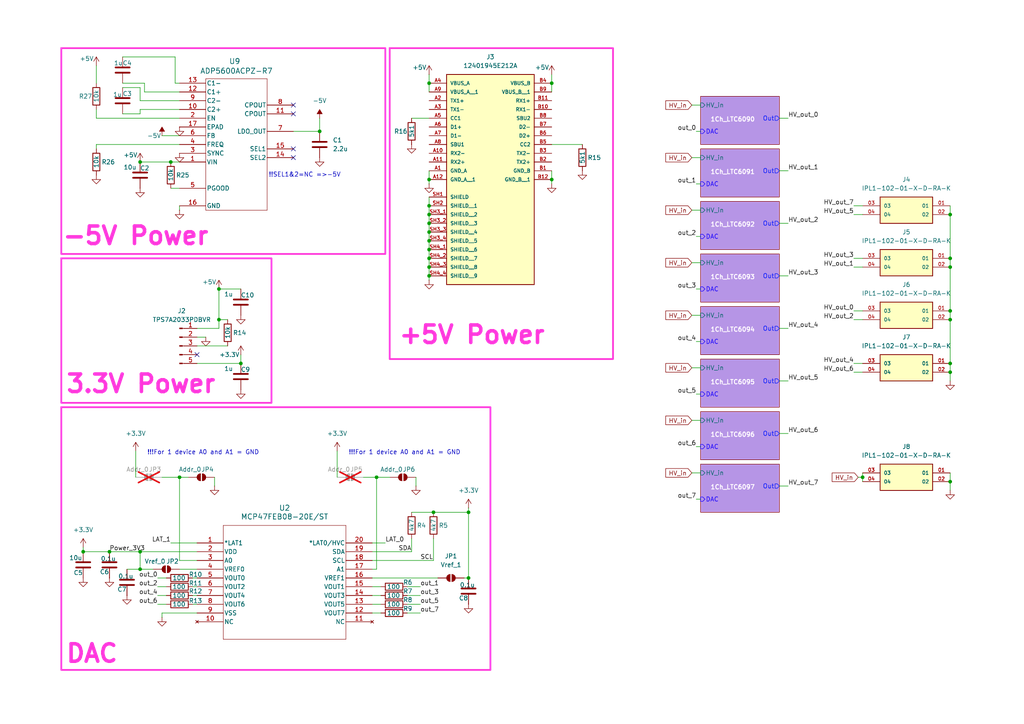
<source format=kicad_sch>
(kicad_sch (version 20250114) (generator "eeschema") (generator_version "9.0")
  (paper "A4")
  (title_block (title "HV Balance Prototype") (date "2025-11-21") (rev "0"))
  (lib_symbols
    (symbol "0_lib:12401945E212A" (pin_names (offset 1.016))
      (property "Reference" "J" (at -12.7 16.002 0))
      (property "Value" "12401945E212A" (at -12.7 -48.26 0))
      (symbol "12401945E212A_0_0"
        (rectangle (start -12.7 -45.72) (end 12.7 15.24) (stroke (width 0.254)) (fill (type background)))
        (pin power_in line (at -17.78 12.7 0) (length 5.08) (name "VBUS_A") (number "A4"))
        (pin power_in line (at -17.78 10.16 0) (length 5.08) (name "VBUS_A__1") (number "A9"))
        (pin bidirectional line (at -17.78 7.62 0) (length 5.08) (name "TX1+") (number "A2"))
        (pin bidirectional line (at -17.78 5.08 0) (length 5.08) (name "TX1-") (number "A3"))
        (pin bidirectional line (at -17.78 2.54 0) (length 5.08) (name "CC1") (number "A5"))
        (pin bidirectional line (at -17.78 0 0) (length 5.08) (name "D1+") (number "A6"))
        (pin bidirectional line (at -17.78 -2.54 0) (length 5.08) (name "D1-") (number "A7"))
        (pin bidirectional line (at -17.78 -5.08 0) (length 5.08) (name "SBU1") (number "A8"))
        (pin bidirectional line (at -17.78 -7.62 0) (length 5.08) (name "RX2-") (number "A10"))
        (pin bidirectional line (at -17.78 -10.16 0) (length 5.08) (name "RX2+") (number "A11"))
        (pin power_in line (at -17.78 -12.7 0) (length 5.08) (name "GND_A") (number "A1"))
        (pin power_in line (at -17.78 -15.24 0) (length 5.08) (name "GND_A__1") (number "A12"))
        (pin passive line (at -17.78 -20.32 0) (length 5.08) (name "SHIELD") (number "SH1"))
        (pin passive line (at -17.78 -22.86 0) (length 5.08) (name "SHIELD__1") (number "SH2"))
        (pin passive line (at -17.78 -25.4 0) (length 5.08) (name "SHIELD__2") (number "SH3_1"))
        (pin passive line (at -17.78 -27.94 0) (length 5.08) (name "SHIELD__3") (number "SH3_2"))
        (pin passive line (at -17.78 -30.48 0) (length 5.08) (name "SHIELD__4") (number "SH3_3"))
        (pin passive line (at -17.78 -33.02 0) (length 5.08) (name "SHIELD__5") (number "SH3_4"))
        (pin passive line (at -17.78 -35.56 0) (length 5.08) (name "SHIELD__6") (number "SH4_1"))
        (pin passive line (at -17.78 -38.1 0) (length 5.08) (name "SHIELD__7") (number "SH4_2"))
        (pin passive line (at -17.78 -40.64 0) (length 5.08) (name "SHIELD__8") (number "SH4_3"))
        (pin passive line (at -17.78 -43.18 0) (length 5.08) (name "SHIELD__9") (number "SH4_4"))
        (pin power_in line (at 17.78 12.7 180) (length 5.08) (name "VBUS_B") (number "B4"))
        (pin power_in line (at 17.78 10.16 180) (length 5.08) (name "VBUS_B__1") (number "B9"))
        (pin bidirectional line (at 17.78 7.62 180) (length 5.08) (name "RX1+") (number "B11"))
        (pin bidirectional line (at 17.78 5.08 180) (length 5.08) (name "RX1-") (number "B10"))
        (pin bidirectional line (at 17.78 2.54 180) (length 5.08) (name "SBU2") (number "B8"))
        (pin bidirectional line (at 17.78 0 180) (length 5.08) (name "D2-") (number "B7"))
        (pin bidirectional line (at 17.78 -2.54 180) (length 5.08) (name "D2+") (number "B6"))
        (pin bidirectional line (at 17.78 -5.08 180) (length 5.08) (name "CC2") (number "B5"))
        (pin bidirectional line (at 17.78 -7.62 180) (length 5.08) (name "TX2-") (number "B3"))
        (pin bidirectional line (at 17.78 -10.16 180) (length 5.08) (name "TX2+") (number "B2"))
        (pin power_in line (at 17.78 -12.7 180) (length 5.08) (name "GND_B") (number "B1"))
        (pin power_in line (at 17.78 -15.24 180) (length 5.08) (name "GND_B__1") (number "B12"))
      )
    )
    (symbol "0_lib:ADP5600ACPZ-R7" (pin_names (offset 0.254))
      (property "Reference" "U9" (at 25.4 12.7 0))
      (property "Value" "ADP5600ACPZ-R7" (at 25.4 10.16 0))
      (symbol "ADP5600ACPZ-R7_0_1"
        (polyline (pts (xy 7.62 1.27) (xy 7.62 -36.83)) (stroke (width 0.127)))
        (polyline (pts (xy 7.62 -36.83) (xy 25.4 -36.83)) (stroke (width 0.127)))
        (polyline (pts (xy 25.4 1.27) (xy 7.62 1.27)) (stroke (width 0.127)))
        (polyline (pts (xy 25.4 -36.83) (xy 25.4 1.27)) (stroke (width 0.127)))
        (pin unspecified line (at 0 0 0) (length 7.62) (name "C1-") (number "13"))
        (pin unspecified line (at 0 -2.54 0) (length 7.62) (name "C1+") (number "12"))
        (pin unspecified line (at 0 -5.08 0) (length 7.62) (name "C2-") (number "9"))
        (pin unspecified line (at 0 -7.62 0) (length 7.62) (name "C2+") (number "10"))
        (pin unspecified line (at 0 -10.16 0) (length 7.62) (name "EN") (number "2"))
        (pin unspecified line (at 0 -12.7 0) (length 7.62) (name "EPAD") (number "17"))
        (pin unspecified line (at 0 -15.24 0) (length 7.62) (name "FB") (number "6"))
        (pin unspecified line (at 0 -17.78 0) (length 7.62) (name "FREQ") (number "4"))
        (pin unspecified line (at 0 -20.32 0) (length 7.62) (name "SYNC") (number "3"))
        (pin unspecified line (at 0 -22.86 0) (length 7.62) (name "VIN") (number "1"))
        (pin unspecified line (at 0 -30.48 0) (length 7.62) (name "PGOOD") (number "5"))
        (pin unspecified line (at 0 -35.56 0) (length 7.62) (name "GND") (number "16"))
        (pin unspecified line (at 33.02 -6.35 180) (length 7.62) (name "CPOUT") (number "8"))
        (pin unspecified line (at 33.02 -8.89 180) (length 7.62) (name "CPOUT") (number "11"))
        (pin unspecified line (at 33.02 -13.97 180) (length 7.62) (name "LDO_OUT") (number "7"))
        (pin unspecified line (at 33.02 -19.05 180) (length 7.62) (name "SEL1") (number "15"))
        (pin unspecified line (at 33.02 -21.59 180) (length 7.62) (name "SEL2") (number "14"))
      )
    )
    (symbol "0_lib:IPL1-102-01-X-D-RA-K" (pin_names (offset 1.016))
      (property "Reference" "J" (at -7.62 5.588 0))
      (property "Value" "IPL1-102-01-X-D-RA-K" (at -7.62 -5.08 0))
      (symbol "IPL1-102-01-X-D-RA-K_0_0"
        (rectangle (start -7.62 -2.54) (end 7.62 5.08) (stroke (width 0.254)) (fill (type background)))
        (pin passive line (at -12.7 2.54 0) (length 5.08) (name "01") (number "01"))
        (pin passive line (at -12.7 0 0) (length 5.08) (name "02") (number "02"))
        (pin passive line (at 12.7 2.54 180) (length 5.08) (name "03") (number "03"))
        (pin passive line (at 12.7 0 180) (length 5.08) (name "04") (number "04"))
      )
    )
    (symbol "0_lib:MCP47FVB28-20E_ST" (pin_names (offset 0.254))
      (property "Reference" "U" (at 25.4 10.16 0))
      (property "Value" "MCP47FVB28-20E/ST" (at 25.4 7.62 0))
      (symbol "MCP47FVB28-20E_ST_0_1"
        (polyline (pts (xy 7.62 5.08) (xy 7.62 -27.94)) (stroke (width 0.127)))
        (polyline (pts (xy 7.62 -27.94) (xy 43.18 -27.94)) (stroke (width 0.127)))
        (polyline (pts (xy 43.18 5.08) (xy 7.62 5.08)) (stroke (width 0.127)))
        (polyline (pts (xy 43.18 -27.94) (xy 43.18 5.08)) (stroke (width 0.127)))
        (pin input line (at 0 0 0) (length 7.62) (name "*LAT1") (number "1"))
        (pin power_in line (at 0 -2.54 0) (length 7.62) (name "VDD") (number "2"))
        (pin input line (at 0 -5.08 0) (length 7.62) (name "A0") (number "3"))
        (pin unspecified line (at 0 -7.62 0) (length 7.62) (name "VREF0") (number "4"))
        (pin unspecified line (at 0 -10.16 0) (length 7.62) (name "VOUT0") (number "5"))
        (pin unspecified line (at 0 -12.7 0) (length 7.62) (name "VOUT2") (number "6"))
        (pin unspecified line (at 0 -15.24 0) (length 7.62) (name "VOUT4") (number "7"))
        (pin unspecified line (at 0 -17.78 0) (length 7.62) (name "VOUT6") (number "8"))
        (pin power_out line (at 0 -20.32 0) (length 7.62) (name "VSS") (number "9"))
        (pin no_connect line (at 0 -22.86 0) (length 7.62) (name "NC") (number "10"))
        (pin input line (at 50.8 0 180) (length 7.62) (name "*LAT0/HVC") (number "20"))
        (pin input line (at 50.8 -2.54 180) (length 7.62) (name "SDA") (number "19"))
        (pin input line (at 50.8 -5.08 180) (length 7.62) (name "SCL") (number "18"))
        (pin input line (at 50.8 -7.62 180) (length 7.62) (name "A1") (number "17"))
        (pin unspecified line (at 50.8 -10.16 180) (length 7.62) (name "VREF1") (number "16"))
        (pin unspecified line (at 50.8 -12.7 180) (length 7.62) (name "VOUT1") (number "15"))
        (pin unspecified line (at 50.8 -15.24 180) (length 7.62) (name "VOUT3") (number "14"))
        (pin unspecified line (at 50.8 -17.78 180) (length 7.62) (name "VOUT5") (number "13"))
        (pin unspecified line (at 50.8 -20.32 180) (length 7.62) (name "VOUT7") (number "12"))
        (pin no_connect line (at 50.8 -22.86 180) (length 7.62) (name "NC") (number "11"))
      )
    )
    (symbol "Connector:Conn_01x05_Pin" (pin_names (offset 1.016) (hide yes))
      (property "Reference" "J" (at 0 7.62 0))
      (property "Value" "Conn_01x05_Pin" (at 0 -7.62 0))
      (symbol "Conn_01x05_Pin_1_1"
        (rectangle (start 0.8636 5.207) (end 0 4.953) (stroke (width 0.1524)) (fill (type outline)))
        (rectangle (start 0.8636 2.667) (end 0 2.413) (stroke (width 0.1524)) (fill (type outline)))
        (rectangle (start 0.8636 0.127) (end 0 -0.127) (stroke (width 0.1524)) (fill (type outline)))
        (rectangle (start 0.8636 -2.413) (end 0 -2.667) (stroke (width 0.1524)) (fill (type outline)))
        (rectangle (start 0.8636 -4.953) (end 0 -5.207) (stroke (width 0.1524)) (fill (type outline)))
        (polyline (pts (xy 1.27 5.08) (xy 0.8636 5.08)) (stroke (width 0.1524)))
        (polyline (pts (xy 1.27 2.54) (xy 0.8636 2.54)) (stroke (width 0.1524)))
        (polyline (pts (xy 1.27 0) (xy 0.8636 0)) (stroke (width 0.1524)))
        (polyline (pts (xy 1.27 -2.54) (xy 0.8636 -2.54)) (stroke (width 0.1524)))
        (polyline (pts (xy 1.27 -5.08) (xy 0.8636 -5.08)) (stroke (width 0.1524)))
        (pin passive line (at 5.08 5.08 180) (length 3.81) (name "Pin_1") (number "1"))
        (pin passive line (at 5.08 2.54 180) (length 3.81) (name "Pin_2") (number "2"))
        (pin passive line (at 5.08 0 180) (length 3.81) (name "Pin_3") (number "3"))
        (pin passive line (at 5.08 -2.54 180) (length 3.81) (name "Pin_4") (number "4"))
        (pin passive line (at 5.08 -5.08 180) (length 3.81) (name "Pin_5") (number "5"))
      )
    )
    (symbol "Device:C" (pin_numbers (hide yes)) (pin_names (offset 0.254))
      (property "Reference" "C" (at 0.635 2.54 0))
      (property "Value" "C" (at 0.635 -2.54 0))
      (symbol "C_0_1"
        (polyline (pts (xy -2.032 0.762) (xy 2.032 0.762)) (stroke (width 0.508)))
        (polyline (pts (xy -2.032 -0.762) (xy 2.032 -0.762)) (stroke (width 0.508)))
      )
      (symbol "C_1_1"
        (pin passive line (at 0 3.81 270) (length 2.794) (name "~") (number "1"))
        (pin passive line (at 0 -3.81 90) (length 2.794) (name "~") (number "2"))
      )
    )
    (symbol "Device:R" (pin_numbers (hide yes)) (pin_names (offset 0))
      (property "Reference" "R" (at 2.032 0 90))
      (property "Value" "R" (at 0 0 90))
      (symbol "R_0_1"
        (rectangle (start -1.016 -2.54) (end 1.016 2.54) (stroke (width 0.254)))
      )
      (symbol "R_1_1"
        (pin passive line (at 0 3.81 270) (length 1.27) (name "~") (number "1"))
        (pin passive line (at 0 -3.81 90) (length 1.27) (name "~") (number "2"))
      )
    )
    (symbol "Jumper:SolderJumper_2_Open" (pin_numbers (hide yes)) (pin_names (offset 0) (hide yes)) (in_bom no)
      (property "Reference" "JP" (at 0 2.032 0))
      (property "Value" "SolderJumper_2_Open" (at 0 -2.54 0))
      (symbol "SolderJumper_2_Open_0_1"
        (polyline (pts (xy -0.254 1.016) (xy -0.254 -1.016)))
        (arc (start -0.254 -1.016) (mid -1.2656 0) (end -0.254 1.016))
        (arc (start -0.254 -1.016) (mid -1.2656 0) (end -0.254 1.016) (fill (type outline)))
        (arc (start 0.254 1.016) (mid 1.2656 0) (end 0.254 -1.016))
        (arc (start 0.254 1.016) (mid 1.2656 0) (end 0.254 -1.016) (fill (type outline)))
        (polyline (pts (xy 0.254 1.016) (xy 0.254 -1.016)))
      )
      (symbol "SolderJumper_2_Open_1_1"
        (pin passive line (at -3.81 0 0) (length 2.54) (name "A") (number "1"))
        (pin passive line (at 3.81 0 180) (length 2.54) (name "B") (number "2"))
      )
    )
    (symbol "power:+3.3V" (power) (pin_numbers (hide yes)) (pin_names (offset 0) (hide yes))
      (property "Value" "+3.3V" (at 0 3.556 0))
      (symbol "+3.3V_0_1"
        (polyline (pts (xy -0.762 1.27) (xy 0 2.54)))
        (polyline (pts (xy 0 2.54) (xy 0.762 1.27)))
        (polyline (pts (xy 0 0) (xy 0 2.54)))
      )
      (symbol "+3.3V_1_1"
        (pin power_in line (at 0 0 90) (length 0) (name "~") (number "1"))
      )
    )
    (symbol "power:+5V" (power) (pin_numbers (hide yes)) (pin_names (offset 0) (hide yes))
      (property "Value" "+5V" (at 0 3.556 0))
      (symbol "+5V_0_1"
        (polyline (pts (xy -0.762 1.27) (xy 0 2.54)))
        (polyline (pts (xy 0 2.54) (xy 0.762 1.27)))
        (polyline (pts (xy 0 0) (xy 0 2.54)))
      )
      (symbol "+5V_1_1"
        (pin power_in line (at 0 0 90) (length 0) (name "~") (number "1"))
      )
    )
    (symbol "power:-5V" (power) (pin_numbers (hide yes)) (pin_names (offset 0) (hide yes))
      (property "Value" "-5V" (at 0 3.556 0))
      (symbol "-5V_0_0"
        (pin power_in line (at 0 0 90) (length 0) (name "~") (number "1"))
      )
      (symbol "-5V_0_1"
        (polyline (pts (xy 0 0) (xy 0 1.27) (xy 0.762 1.27) (xy 0 2.54) (xy -0.762 1.27) (xy 0 1.27)) (fill (type outline)))
      )
    )
    (symbol "power:GND" (power) (pin_numbers (hide yes)) (pin_names (offset 0) (hide yes))
      (property "Value" "GND" (at 0 -3.81 0))
      (symbol "GND_0_1"
        (polyline (pts (xy 0 0) (xy 0 -1.27) (xy 1.27 -1.27) (xy 0 -2.54) (xy -1.27 -1.27) (xy 0 -1.27)))
      )
      (symbol "GND_1_1"
        (pin power_in line (at 0 0 270) (length 0) (name "~") (number "1"))
      )
    )
  )
  (rectangle (start 17.78 118.11) (end 142.24 194.31) (stroke (width 0.508) (color 255 54 218 1)))
  (rectangle (start 17.78 13.97) (end 111.76 73.66) (stroke (width 0.508) (color 255 54 218 1)))
  (rectangle (start 113.03 13.97) (end 177.8 104.14) (stroke (width 0.508) (color 255 54 218 1)))
  (rectangle (start 17.78 74.93) (end 78.74 116.84) (stroke (width 0.508) (color 255 54 218 1)))
  (text "!!!For 1 device A0 and A1 = GND" (at 58.928 131.318 0) (effects (font (size 1.27 1.27))))
  (text "!!!For 1 device A0 and A1 = GND" (at 117.348 131.318 0) (effects (font (size 1.27 1.27))))
  (text "!!SEL1&2=NC =>-5V" (at 88.392 50.8 0) (effects (font (size 1.27 1.27))))
  (text "3.3V Power" (at 40.894 111.506 0) (effects (font (size 5.08 5.08) (thickness 1.016) (bold yes))))
  (text "+5V Power" (at 136.906 97.282 0) (effects (font (size 5.08 5.08) (thickness 1.016) (bold yes))))
  (text "-5V Power" (at 39.37 68.58 0) (effects (font (size 5.08 5.08) (thickness 1.016) (bold yes))))
  (text "DAC" (at 26.67 189.738 0) (effects (font (size 5.08 5.08) (thickness 1.016) (bold yes))))
  (junction (at 275.59 62.23))
  (junction (at 124.46 59.69))
  (junction (at 124.46 67.31))
  (junction (at 250.19 138.43))
  (junction (at 40.64 160.02))
  (junction (at 63.5 83.82))
  (junction (at 275.59 139.7))
  (junction (at 92.71 38.1))
  (junction (at 275.59 92.71))
  (junction (at 275.59 90.17))
  (junction (at 24.13 160.02))
  (junction (at 275.59 107.95))
  (junction (at 124.46 62.23))
  (junction (at 69.85 105.41))
  (junction (at 52.07 138.43))
  (junction (at 124.46 24.13))
  (junction (at 31.75 160.02))
  (junction (at 63.5 92.71))
  (junction (at 40.64 165.1))
  (junction (at 135.89 167.64))
  (junction (at 275.59 105.41))
  (junction (at 160.02 24.13))
  (junction (at 275.59 74.93))
  (junction (at 124.46 52.07))
  (junction (at 160.02 52.07))
  (junction (at 125.73 148.59))
  (junction (at 49.53 46.99))
  (junction (at 40.64 46.99))
  (junction (at 124.46 77.47))
  (junction (at 275.59 77.47))
  (junction (at 109.22 138.43))
  (junction (at 124.46 80.01))
  (junction (at 124.46 72.39))
  (junction (at 124.46 64.77))
  (junction (at 124.46 69.85))
  (junction (at 124.46 74.93))
  (junction (at 135.89 148.59))
  (no_connect (at 85.09 30.48))
  (no_connect (at 85.09 45.72))
  (no_connect (at 85.09 43.18))
  (no_connect (at 85.09 33.02))
  (no_connect (at 57.15 102.87))
  (wire (pts (xy 124.46 59.69) (xy 124.46 62.23)))
  (wire (pts (xy 275.59 92.71) (xy 275.59 105.41)))
  (wire (pts (xy 160.02 24.13) (xy 160.02 26.67)))
  (wire (pts (xy 226.06 110.49) (xy 228.6 110.49)))
  (wire (pts (xy 40.64 165.1) (xy 44.45 165.1)))
  (wire (pts (xy 120.65 138.43) (xy 120.65 140.97)))
  (wire (pts (xy 200.66 137.16) (xy 203.2 137.16)))
  (wire (pts (xy 250.19 137.16) (xy 250.19 138.43)))
  (wire (pts (xy 160.02 52.07) (xy 160.02 53.34)))
  (wire (pts (xy 201.93 129.54) (xy 203.2 129.54)))
  (wire (pts (xy 247.65 107.95) (xy 250.19 107.95)))
  (wire (pts (xy 160.02 49.53) (xy 160.02 52.07)))
  (wire (pts (xy 247.65 105.41) (xy 250.19 105.41)))
  (wire (pts (xy 107.95 172.72) (xy 110.49 172.72)))
  (wire (pts (xy 107.95 165.1) (xy 109.22 165.1)))
  (wire (pts (xy 250.19 138.43) (xy 250.19 139.7)))
  (wire (pts (xy 200.66 121.92) (xy 203.2 121.92)))
  (wire (pts (xy 45.72 172.72) (xy 48.26 172.72)))
  (wire (pts (xy 134.62 167.64) (xy 135.89 167.64)))
  (wire (pts (xy 45.72 167.64) (xy 48.26 167.64)))
  (wire (pts (xy 124.46 80.01) (xy 124.46 81.28)))
  (wire (pts (xy 226.06 64.77) (xy 228.6 64.77)))
  (wire (pts (xy 107.95 177.8) (xy 110.49 177.8)))
  (wire (pts (xy 40.64 33.02) (xy 35.56 33.02)))
  (wire (pts (xy 201.93 53.34) (xy 203.2 53.34)))
  (wire (pts (xy 201.93 38.1) (xy 203.2 38.1)))
  (wire (pts (xy 63.5 95.25) (xy 57.15 95.25)))
  (wire (pts (xy 247.65 74.93) (xy 250.19 74.93)))
  (wire (pts (xy 52.07 162.56) (xy 52.07 138.43)))
  (wire (pts (xy 52.07 138.43) (xy 46.99 138.43)))
  (wire (pts (xy 201.93 99.06) (xy 203.2 99.06)))
  (wire (pts (xy 39.37 130.81) (xy 39.37 138.43)))
  (wire (pts (xy 97.79 130.81) (xy 97.79 138.43)))
  (wire (pts (xy 24.13 158.75) (xy 24.13 160.02)))
  (wire (pts (xy 125.73 148.59) (xy 135.89 148.59)))
  (wire (pts (xy 247.65 77.47) (xy 250.19 77.47)))
  (wire (pts (xy 57.15 100.33) (xy 66.04 100.33)))
  (wire (pts (xy 40.64 46.99) (xy 49.53 46.99)))
  (wire (pts (xy 201.93 68.58) (xy 203.2 68.58)))
  (wire (pts (xy 49.53 46.99) (xy 52.07 46.99)))
  (wire (pts (xy 247.65 90.17) (xy 250.19 90.17)))
  (wire (pts (xy 200.66 91.44) (xy 203.2 91.44)))
  (wire (pts (xy 275.59 77.47) (xy 275.59 90.17)))
  (wire (pts (xy 275.59 105.41) (xy 275.59 107.95)))
  (wire (pts (xy 119.38 148.59) (xy 125.73 148.59)))
  (wire (pts (xy 247.65 59.69) (xy 250.19 59.69)))
  (wire (pts (xy 40.64 31.75) (xy 40.64 33.02)))
  (wire (pts (xy 50.8 24.13) (xy 52.07 24.13)))
  (wire (pts (xy 275.59 137.16) (xy 275.59 139.7)))
  (wire (pts (xy 105.41 138.43) (xy 109.22 138.43)))
  (wire (pts (xy 200.66 30.48) (xy 203.2 30.48)))
  (wire (pts (xy 69.85 83.82) (xy 63.5 83.82)))
  (wire (pts (xy 226.06 125.73) (xy 228.6 125.73)))
  (wire (pts (xy 27.94 34.29) (xy 27.94 31.75)))
  (wire (pts (xy 275.59 90.17) (xy 275.59 92.71)))
  (wire (pts (xy 40.64 160.02) (xy 57.15 160.02)))
  (wire (pts (xy 226.06 49.53) (xy 228.6 49.53)))
  (wire (pts (xy 27.94 34.29) (xy 52.07 34.29)))
  (wire (pts (xy 275.59 107.95) (xy 275.59 110.49)))
  (wire (pts (xy 52.07 41.91) (xy 27.94 41.91)))
  (wire (pts (xy 63.5 83.82) (xy 63.5 92.71)))
  (wire (pts (xy 200.66 45.72) (xy 203.2 45.72)))
  (wire (pts (xy 247.65 62.23) (xy 250.19 62.23)))
  (wire (pts (xy 135.89 148.59) (xy 135.89 167.64)))
  (wire (pts (xy 52.07 54.61) (xy 49.53 54.61)))
  (wire (pts (xy 201.93 114.3) (xy 203.2 114.3)))
  (wire (pts (xy 27.94 41.91) (xy 27.94 43.18)))
  (wire (pts (xy 55.88 172.72) (xy 57.15 172.72)))
  (wire (pts (xy 31.75 160.02) (xy 40.64 160.02)))
  (wire (pts (xy 124.46 49.53) (xy 124.46 52.07)))
  (wire (pts (xy 201.93 144.78) (xy 203.2 144.78)))
  (wire (pts (xy 107.95 167.64) (xy 127 167.64)))
  (wire (pts (xy 49.53 157.48) (xy 57.15 157.48)))
  (wire (pts (xy 40.64 160.02) (xy 40.64 165.1)))
  (wire (pts (xy 63.5 92.71) (xy 66.04 92.71)))
  (wire (pts (xy 63.5 92.71) (xy 63.5 95.25)))
  (wire (pts (xy 275.59 62.23) (xy 275.59 74.93)))
  (wire (pts (xy 124.46 52.07) (xy 124.46 53.34)))
  (wire (pts (xy 55.88 175.26) (xy 57.15 175.26)))
  (wire (pts (xy 124.46 57.15) (xy 124.46 59.69)))
  (wire (pts (xy 119.38 160.02) (xy 119.38 156.21)))
  (wire (pts (xy 124.46 24.13) (xy 124.46 26.67)))
  (wire (pts (xy 118.11 175.26) (xy 121.92 175.26)))
  (wire (pts (xy 46.99 177.8) (xy 46.99 179.07)))
  (wire (pts (xy 226.06 80.01) (xy 228.6 80.01)))
  (wire (pts (xy 50.8 16.51) (xy 35.56 16.51)))
  (wire (pts (xy 24.13 160.02) (xy 31.75 160.02)))
  (wire (pts (xy 27.94 19.05) (xy 27.94 24.13)))
  (wire (pts (xy 69.85 102.87) (xy 69.85 105.41)))
  (wire (pts (xy 200.66 106.68) (xy 203.2 106.68)))
  (wire (pts (xy 57.15 177.8) (xy 46.99 177.8)))
  (wire (pts (xy 124.46 72.39) (xy 124.46 74.93)))
  (wire (pts (xy 226.06 140.97) (xy 228.6 140.97)))
  (wire (pts (xy 226.06 95.25) (xy 228.6 95.25)))
  (wire (pts (xy 107.95 162.56) (xy 125.73 162.56)))
  (wire (pts (xy 57.15 97.79) (xy 59.69 97.79)))
  (wire (pts (xy 107.95 170.18) (xy 110.49 170.18)))
  (wire (pts (xy 52.07 59.69) (xy 52.07 60.96)))
  (wire (pts (xy 160.02 21.59) (xy 160.02 24.13)))
  (wire (pts (xy 248.92 138.43) (xy 250.19 138.43)))
  (wire (pts (xy 118.11 170.18) (xy 121.92 170.18)))
  (wire (pts (xy 200.66 76.2) (xy 203.2 76.2)))
  (wire (pts (xy 275.59 139.7) (xy 275.59 142.24)))
  (wire (pts (xy 46.99 39.37) (xy 52.07 39.37)))
  (wire (pts (xy 55.88 170.18) (xy 57.15 170.18)))
  (wire (pts (xy 62.23 138.43) (xy 62.23 140.97)))
  (wire (pts (xy 201.93 83.82) (xy 203.2 83.82)))
  (wire (pts (xy 124.46 69.85) (xy 124.46 72.39)))
  (wire (pts (xy 45.72 170.18) (xy 48.26 170.18)))
  (wire (pts (xy 200.66 60.96) (xy 203.2 60.96)))
  (wire (pts (xy 45.72 175.26) (xy 48.26 175.26)))
  (wire (pts (xy 55.88 167.64) (xy 57.15 167.64)))
  (wire (pts (xy 52.07 165.1) (xy 57.15 165.1)))
  (wire (pts (xy 52.07 31.75) (xy 40.64 31.75)))
  (wire (pts (xy 275.59 59.69) (xy 275.59 62.23)))
  (wire (pts (xy 41.91 24.13) (xy 41.91 26.67)))
  (wire (pts (xy 107.95 160.02) (xy 119.38 160.02)))
  (wire (pts (xy 109.22 165.1) (xy 109.22 138.43)))
  (wire (pts (xy 57.15 105.41) (xy 69.85 105.41)))
  (wire (pts (xy 57.15 162.56) (xy 52.07 162.56)))
  (wire (pts (xy 119.38 34.29) (xy 124.46 34.29)))
  (wire (pts (xy 160.02 41.91) (xy 168.91 41.91)))
  (wire (pts (xy 92.71 34.29) (xy 92.71 38.1)))
  (wire (pts (xy 107.95 157.48) (xy 111.76 157.48)))
  (wire (pts (xy 247.65 92.71) (xy 250.19 92.71)))
  (wire (pts (xy 50.8 24.13) (xy 50.8 16.51)))
  (wire (pts (xy 124.46 64.77) (xy 124.46 67.31)))
  (wire (pts (xy 35.56 24.13) (xy 41.91 24.13)))
  (wire (pts (xy 118.11 177.8) (xy 121.92 177.8)))
  (wire (pts (xy 124.46 77.47) (xy 124.46 80.01)))
  (wire (pts (xy 124.46 21.59) (xy 124.46 24.13)))
  (wire (pts (xy 92.71 38.1) (xy 85.09 38.1)))
  (wire (pts (xy 135.89 147.32) (xy 135.89 148.59)))
  (wire (pts (xy 109.22 138.43) (xy 113.03 138.43)))
  (wire (pts (xy 41.91 26.67) (xy 52.07 26.67)))
  (wire (pts (xy 52.07 138.43) (xy 54.61 138.43)))
  (wire (pts (xy 124.46 74.93) (xy 124.46 77.47)))
  (wire (pts (xy 40.64 29.21) (xy 40.64 25.4)))
  (wire (pts (xy 107.95 175.26) (xy 110.49 175.26)))
  (wire (pts (xy 118.11 172.72) (xy 121.92 172.72)))
  (wire (pts (xy 275.59 74.93) (xy 275.59 77.47)))
  (wire (pts (xy 36.83 165.1) (xy 40.64 165.1)))
  (wire (pts (xy 226.06 34.29) (xy 228.6 34.29)))
  (wire (pts (xy 124.46 67.31) (xy 124.46 69.85)))
  (wire (pts (xy 40.64 25.4) (xy 35.56 25.4)))
  (wire (pts (xy 125.73 156.21) (xy 125.73 162.56)))
  (wire (pts (xy 124.46 62.23) (xy 124.46 64.77)))
  (wire (pts (xy 52.07 29.21) (xy 40.64 29.21)))
  (label "HV_out_5" (at 228.6 110.49 0))
  (label "out_0" (at 201.93 38.1 180))
  (label "HV_out_6" (at 228.6 125.73 0))
  (label "out_6" (at 201.93 129.54 180))
  (label "HV_out_7" (at 247.65 59.69 180))
  (label "out_7" (at 201.93 144.78 180))
  (label "HV_out_3" (at 247.65 74.93 180))
  (label "out_1" (at 121.92 170.18 0))
  (label "out_4" (at 45.72 172.72 180))
  (label "Power_3V3" (at 31.75 160.02 0))
  (label "LAT_0" (at 111.76 157.48 0))
  (label "out_3" (at 121.92 172.72 0))
  (label "SCL" (at 121.92 162.56 0))
  (label "out_0" (at 45.72 167.64 180))
  (label "out_6" (at 45.72 175.26 180))
  (label "HV_out_2" (at 247.65 92.71 180))
  (label "HV_out_3" (at 228.6 80.01 0))
  (label "out_7" (at 121.92 177.8 0))
  (label "out_2" (at 45.72 170.18 180))
  (label "HV_out_5" (at 247.65 62.23 180))
  (label "HV_out_6" (at 247.65 107.95 180))
  (label "HV_out_4" (at 247.65 105.41 180))
  (label "out_2" (at 201.93 68.58 180))
  (label "HV_out_0" (at 228.6 34.29 0))
  (label "SDA" (at 115.57 160.02 0))
  (label "HV_out_4" (at 228.6 95.25 0))
  (label "out_5" (at 121.92 175.26 0))
  (label "HV_out_7" (at 228.6 140.97 0))
  (label "out_1" (at 201.93 53.34 180))
  (label "HV_out_2" (at 228.6 64.77 0))
  (label "out_4" (at 201.93 99.06 180))
  (label "LAT_1" (at 49.53 157.48 180))
  (label "HV_out_1" (at 247.65 77.47 180))
  (label "out_5" (at 201.93 114.3 180))
  (label "HV_out_1" (at 228.6 49.53 0))
  (label "HV_out_0" (at 247.65 90.17 180))
  (label "out_3" (at 201.93 83.82 180))
  (global_label "HV_in" (shape input) (at 200.66 137.16 180) (property "Intersheetrefs" "${INTERSHEET_REFS}" (effects (hide yes))))
  (global_label "HV_in" (shape input) (at 200.66 76.2 180) (property "Intersheetrefs" "${INTERSHEET_REFS}" (effects (hide yes))))
  (global_label "HV_in" (shape input) (at 200.66 121.92 180) (property "Intersheetrefs" "${INTERSHEET_REFS}" (effects (hide yes))))
  (global_label "HV_in" (shape input) (at 200.66 30.48 180) (property "Intersheetrefs" "${INTERSHEET_REFS}" (effects (hide yes))))
  (global_label "HV_in" (shape input) (at 200.66 60.96 180) (property "Intersheetrefs" "${INTERSHEET_REFS}" (effects (hide yes))))
  (global_label "HV_in" (shape input) (at 200.66 106.68 180) (property "Intersheetrefs" "${INTERSHEET_REFS}" (effects (hide yes))))
  (global_label "HV_in" (shape input) (at 200.66 45.72 180) (property "Intersheetrefs" "${INTERSHEET_REFS}" (effects (hide yes))))
  (global_label "HV_in" (shape input) (at 248.92 138.43 180) (property "Intersheetrefs" "${INTERSHEET_REFS}" (effects (hide yes))))
  (global_label "HV_in" (shape input) (at 200.66 91.44 180) (property "Intersheetrefs" "${INTERSHEET_REFS}" (effects (hide yes))))
  (symbol (lib_id "Jumper:SolderJumper_2_Open") (at 43.18 138.43 0) (unit 1) (in_bom no) (dnp yes)
    (property "Reference" "JP3" (at 44.958 136.144 0))
    (property "Value" "Addr_0" (at 39.878 136.144 0))
    (property "Footprint" "Jumper:SolderJumper-2_P1.3mm_Open_Pad1.0x1.5mm" (effects (hide yes)))
    (property "Description" "Solder Jumper, 2-pole, open" (effects (hide yes)))
  )
  (symbol (lib_id "Device:R") (at 49.53 50.8 0) (unit 1)
    (property "Reference" "R25" (at 51.054 50.8 0) (effects (justify left)))
    (property "Value" "10k" (at 49.53 52.578 90) (effects (justify left)))
    (property "Footprint" "Resistor_SMD:R_0603_1608Metric" (effects (hide yes)))
    (property "Description" "Resistor" (effects (hide yes)))
  )
  (symbol (lib_id "Device:R") (at 52.07 167.64 90) (unit 1)
    (property "Reference" "R10" (at 58.674 166.624 90) (effects (justify left)))
    (property "Value" "100" (at 53.848 167.64 90) (effects (justify left)))
    (property "Footprint" "Resistor_SMD:R_0603_1608Metric" (effects (hide yes)))
    (property "Description" "Resistor" (effects (hide yes)))
  )
  (symbol (lib_id "power:GND") (at 135.89 175.26 0) (unit 1)
    (property "Reference" "#PWR011" (effects (hide yes)))
    (property "Value" "GND" (effects (hide yes)))
    (property "Description" "Power symbol creates a global label with name \"GND\" , ground" (effects (hide yes)))
  )
  (symbol (lib_id "Device:R") (at 119.38 38.1 0) (unit 1)
    (property "Reference" "R16" (at 114.3 38.1 0) (effects (justify left)))
    (property "Value" "5k1" (at 119.38 39.878 90) (effects (justify left)))
    (property "Footprint" "Resistor_SMD:R_0603_1608Metric" (effects (hide yes)))
    (property "Description" "Resistor" (effects (hide yes)))
  )
  (symbol (lib_id "power:+5V") (at 160.02 21.59 0) (unit 1)
    (property "Reference" "#PWR035" (effects (hide yes)))
    (property "Value" "+5V" (at 157.226 19.558 0))
    (property "Description" "Power symbol creates a global label with name \"+5V\"" (effects (hide yes)))
  )
  (symbol (lib_id "power:GND") (at 36.83 172.72 0) (unit 1)
    (property "Reference" "#PWR09" (effects (hide yes)))
    (property "Value" "GND" (effects (hide yes)))
    (property "Description" "Power symbol creates a global label with name \"GND\" , ground" (effects (hide yes)))
  )
  (symbol (lib_id "power:GND") (at 62.23 140.97 0) (unit 1)
    (property "Reference" "#PWR013" (effects (hide yes)))
    (property "Value" "GND" (effects (hide yes)))
    (property "Description" "Power symbol creates a global label with name \"GND\" , ground" (effects (hide yes)))
  )
  (symbol (lib_id "power:GND") (at 124.46 81.28 0) (unit 1)
    (property "Reference" "#PWR021" (effects (hide yes)))
    (property "Value" "GND" (effects (hide yes)))
    (property "Description" "Power symbol creates a global label with name \"GND\" , ground" (effects (hide yes)))
  )
  (symbol (lib_id "Device:R") (at 52.07 172.72 90) (unit 1)
    (property "Reference" "R12" (at 58.674 171.45 90) (effects (justify left)))
    (property "Value" "100" (at 53.848 172.72 90) (effects (justify left)))
    (property "Footprint" "Resistor_SMD:R_0603_1608Metric" (effects (hide yes)))
    (property "Description" "Resistor" (effects (hide yes)))
  )
  (symbol (lib_id "Device:C") (at 31.75 163.83 0) (unit 1)
    (property "Reference" "C6" (at 28.956 165.862 0) (effects (justify left)))
    (property "Value" "0.1u" (at 29.21 162.052 0) (effects (justify left)))
    (property "Footprint" "Capacitor_SMD:C_0603_1608Metric" (effects (hide yes)))
    (property "Description" "Unpolarized capacitor" (effects (hide yes)))
  )
  (symbol (lib_id "0_lib:IPL1-102-01-X-D-RA-K") (at 262.89 139.7 0) (mirror y) (unit 1)
    (property "Reference" "J8" (at 262.89 129.54 0))
    (property "Value" "IPL1-102-01-X-D-RA-K" (at 262.89 132.08 0))
    (property "Footprint" "0_lib:SAMTEC_IPL1-102-01-X-D-RA-K" (effects (hide yes)))
    (property "MF" "Samtec" (effects (hide yes)))
    (property "MAXIMUM_PACKAGE_HEIGHT" "7.37mm" (effects (hide yes)))
    (property "Package" "None" (effects (hide yes)))
    (property "Price" "None" (effects (hide yes)))
    (property "Check_prices" "https://www.snapeda.com/parts/IPL1-102-01-L-D-RA-K/Samtec/view-part/?ref=eda" (effects (hide yes)))
    (property "STANDARD" "Manufacturer Recommendations" (effects (hide yes)))
    (property "PARTREV" "E" (effects (hide yes)))
    (property "SnapEDA_Link" "https://www.snapeda.com/parts/IPL1-102-01-L-D-RA-K/Samtec/view-part/?ref=snap" (effects (hide yes)))
    (property "MP" "IPL1-102-01-L-D-RA-K" (effects (hide yes)))
    (property "Description_1" "Connector Header Through Hole, Right Angle 4 position 0.100 (2.54mm)" (effects (hide yes)))
    (property "Availability" "In Stock" (effects (hide yes)))
    (property "MANUFACTURER" "Samtec" (effects (hide yes)))
  )
  (symbol (lib_id "Device:C") (at 35.56 20.32 0) (unit 1)
    (property "Reference" "C4" (at 35.56 18.288 0) (effects (justify left)))
    (property "Value" "1u" (at 33.02 18.288 0) (effects (justify left)))
    (property "Footprint" "Capacitor_SMD:C_0603_1608Metric" (effects (hide yes)))
    (property "Description" "Unpolarized capacitor" (effects (hide yes)))
  )
  (symbol (lib_id "power:GND") (at 40.64 54.61 0) (unit 1)
    (property "Reference" "#PWR028" (effects (hide yes)))
    (property "Value" "GND" (effects (hide yes)))
    (property "Description" "Power symbol creates a global label with name \"GND\" , ground" (effects (hide yes)))
  )
  (symbol (lib_id "0_lib:12401945E212A") (at 142.24 36.83 0) (unit 1)
    (property "Reference" "J3" (at 142.24 16.51 0))
    (property "Value" "12401945E212A" (at 142.24 19.05 0))
    (property "Footprint" "0_lib:AMPHENOL_12401945E212A" (effects (hide yes)))
    (property "PARTREV" "1" (effects (hide yes)))
    (property "STANDARD" "Manufacturer Recommended" (effects (hide yes)))
    (property "MAXIMUM_PACKAGE_HEIGHT" "3.51 mm" (effects (hide yes)))
    (property "MANUFACTURER" "Amphenol" (effects (hide yes)))
  )
  (symbol (lib_id "Device:C") (at 35.56 29.21 0) (unit 1)
    (property "Reference" "C3" (at 35.56 27.178 0) (effects (justify left)))
    (property "Value" "1u" (at 32.766 27.432 0) (effects (justify left)))
    (property "Footprint" "Capacitor_SMD:C_0603_1608Metric" (effects (hide yes)))
    (property "Description" "Unpolarized capacitor" (effects (hide yes)))
  )
  (symbol (lib_id "Jumper:SolderJumper_2_Open") (at 130.81 167.64 0) (unit 1) (in_bom no)
    (property "Reference" "JP1" (at 130.81 161.29 0))
    (property "Value" "Vref_1" (at 130.81 163.83 0))
    (property "Footprint" "Jumper:SolderJumper-2_P1.3mm_Open_Pad1.0x1.5mm" (effects (hide yes)))
    (property "Description" "Solder Jumper, 2-pole, open" (effects (hide yes)))
  )
  (symbol (lib_id "Device:C") (at 69.85 109.22 0) (unit 1)
    (property "Reference" "C9" (at 69.85 107.188 0) (effects (justify left)))
    (property "Value" "1u" (at 65.024 106.934 0) (effects (justify left)))
    (property "Footprint" "Capacitor_SMD:C_0603_1608Metric" (effects (hide yes)))
    (property "Description" "Unpolarized capacitor" (effects (hide yes)))
  )
  (symbol (lib_id "Device:R") (at 52.07 175.26 90) (unit 1)
    (property "Reference" "R13" (at 58.674 174.244 90) (effects (justify left)))
    (property "Value" "100" (at 53.848 175.26 90) (effects (justify left)))
    (property "Footprint" "Resistor_SMD:R_0603_1608Metric" (effects (hide yes)))
    (property "Description" "Resistor" (effects (hide yes)))
  )
  (symbol (lib_id "Device:C") (at 36.83 168.91 0) (unit 1)
    (property "Reference" "C7" (at 34.036 170.942 0) (effects (justify left)))
    (property "Value" "0.1u" (at 34.29 167.132 0) (effects (justify left)))
    (property "Footprint" "Capacitor_SMD:C_0603_1608Metric" (effects (hide yes)))
    (property "Description" "Unpolarized capacitor" (effects (hide yes)))
  )
  (symbol (lib_id "Device:C") (at 40.64 50.8 0) (unit 1)
    (property "Reference" "C2" (at 40.64 48.768 0) (effects (justify left)))
    (property "Value" "10u" (at 35.814 48.514 0) (effects (justify left)))
    (property "Footprint" "Capacitor_SMD:C_0805_2012Metric" (effects (hide yes)))
    (property "Description" "Unpolarized capacitor" (effects (hide yes)))
  )
  (symbol (lib_id "Device:R") (at 27.94 27.94 0) (unit 1)
    (property "Reference" "R27" (at 22.86 27.94 0) (effects (justify left)))
    (property "Value" "10k" (at 27.94 29.718 90) (effects (justify left)))
    (property "Footprint" "Resistor_SMD:R_0603_1608Metric" (effects (hide yes)))
    (property "Description" "Resistor" (effects (hide yes)))
  )
  (symbol (lib_id "power:+5V") (at 27.94 19.05 0) (unit 1)
    (property "Reference" "#PWR033" (effects (hide yes)))
    (property "Value" "+5V" (at 25.146 17.018 0))
    (property "Description" "Power symbol creates a global label with name \"+5V\"" (effects (hide yes)))
  )
  (symbol (lib_id "Device:C") (at 69.85 87.63 0) (unit 1)
    (property "Reference" "C10" (at 69.85 85.598 0) (effects (justify left)))
    (property "Value" "1u" (at 65.024 85.344 0) (effects (justify left)))
    (property "Footprint" "Capacitor_SMD:C_0603_1608Metric" (effects (hide yes)))
    (property "Description" "Unpolarized capacitor" (effects (hide yes)))
  )
  (symbol (lib_id "power:GND") (at 120.65 140.97 0) (unit 1)
    (property "Reference" "#PWR015" (effects (hide yes)))
    (property "Value" "GND" (effects (hide yes)))
    (property "Description" "Power symbol creates a global label with name \"GND\" , ground" (effects (hide yes)))
  )
  (symbol (lib_id "power:GND") (at 119.38 41.91 0) (unit 1)
    (property "Reference" "#PWR037" (effects (hide yes)))
    (property "Value" "GND" (effects (hide yes)))
    (property "Description" "Power symbol creates a global label with name \"GND\" , ground" (effects (hide yes)))
  )
  (symbol (lib_id "power:+5V") (at 124.46 21.59 0) (unit 1)
    (property "Reference" "#PWR024" (effects (hide yes)))
    (property "Value" "+5V" (at 121.666 19.558 0))
    (property "Description" "Power symbol creates a global label with name \"+5V\"" (effects (hide yes)))
  )
  (symbol (lib_id "power:GND") (at 92.71 45.72 0) (unit 1)
    (property "Reference" "#PWR026" (effects (hide yes)))
    (property "Value" "GND" (effects (hide yes)))
    (property "Description" "Power symbol creates a global label with name \"GND\" , ground" (effects (hide yes)))
  )
  (symbol (lib_id "Device:R") (at 52.07 170.18 90) (unit 1)
    (property "Reference" "R11" (at 58.674 169.164 90) (effects (justify left)))
    (property "Value" "100" (at 53.848 170.18 90) (effects (justify left)))
    (property "Footprint" "Resistor_SMD:R_0603_1608Metric" (effects (hide yes)))
    (property "Description" "Resistor" (effects (hide yes)))
  )
  (symbol (lib_id "power:-5V") (at 46.99 39.37 0) (unit 1)
    (property "Reference" "#PWR030" (effects (hide yes)))
    (property "Value" "-5V" (at 44.704 39.37 0))
    (property "Description" "Power symbol creates a global label with name \"-5V\"" (effects (hide yes)))
  )
  (symbol (lib_id "power:GND") (at 275.59 142.24 0) (unit 1)
    (property "Reference" "#PWR04" (effects (hide yes)))
    (property "Value" "GND" (effects (hide yes)))
    (property "Description" "Power symbol creates a global label with name \"GND\" , ground" (effects (hide yes)))
  )
  (symbol (lib_id "Jumper:SolderJumper_2_Open") (at 48.26 165.1 0) (unit 1) (in_bom no)
    (property "Reference" "JP2" (at 50.038 162.814 0))
    (property "Value" "Vref_0" (at 44.958 162.814 0))
    (property "Footprint" "Jumper:SolderJumper-2_P1.3mm_Open_Pad1.0x1.5mm" (effects (hide yes)))
    (property "Description" "Solder Jumper, 2-pole, open" (effects (hide yes)))
  )
  (symbol (lib_id "power:GND") (at 69.85 91.44 0) (unit 1)
    (property "Reference" "#PWR020" (effects (hide yes)))
    (property "Value" "GND" (effects (hide yes)))
    (property "Description" "Power symbol creates a global label with name \"GND\" , ground" (effects (hide yes)))
  )
  (symbol (lib_id "power:+3.3V") (at 135.89 147.32 0) (unit 1)
    (property "Reference" "#PWR010" (effects (hide yes)))
    (property "Value" "+3.3V" (at 135.89 142.24 0))
    (property "Description" "Power symbol creates a global label with name \"+3.3V\"" (effects (hide yes)))
  )
  (symbol (lib_id "power:GND") (at 52.07 44.45 0) (unit 1)
    (property "Reference" "#PWR032" (effects (hide yes)))
    (property "Value" "GND" (effects (hide yes)))
    (property "Description" "Power symbol creates a global label with name \"GND\" , ground" (effects (hide yes)))
  )
  (symbol (lib_id "power:GND") (at 46.99 179.07 0) (unit 1)
    (property "Reference" "#PWR07" (effects (hide yes)))
    (property "Value" "GND" (effects (hide yes)))
    (property "Description" "Power symbol creates a global label with name \"GND\" , ground" (effects (hide yes)))
  )
  (symbol (lib_id "0_lib:IPL1-102-01-X-D-RA-K") (at 262.89 107.95 0) (mirror y) (unit 1)
    (property "Reference" "J7" (at 262.89 97.79 0))
    (property "Value" "IPL1-102-01-X-D-RA-K" (at 262.89 100.33 0))
    (property "Footprint" "0_lib:SAMTEC_IPL1-102-01-X-D-RA-K" (effects (hide yes)))
    (property "MF" "Samtec" (effects (hide yes)))
    (property "MAXIMUM_PACKAGE_HEIGHT" "7.37mm" (effects (hide yes)))
    (property "Package" "None" (effects (hide yes)))
    (property "Price" "None" (effects (hide yes)))
    (property "Check_prices" "https://www.snapeda.com/parts/IPL1-102-01-L-D-RA-K/Samtec/view-part/?ref=eda" (effects (hide yes)))
    (property "STANDARD" "Manufacturer Recommendations" (effects (hide yes)))
    (property "PARTREV" "E" (effects (hide yes)))
    (property "SnapEDA_Link" "https://www.snapeda.com/parts/IPL1-102-01-L-D-RA-K/Samtec/view-part/?ref=snap" (effects (hide yes)))
    (property "MP" "IPL1-102-01-L-D-RA-K" (effects (hide yes)))
    (property "Description_1" "Connector Header Through Hole, Right Angle 4 position 0.100 (2.54mm)" (effects (hide yes)))
    (property "Availability" "In Stock" (effects (hide yes)))
    (property "MANUFACTURER" "Samtec" (effects (hide yes)))
  )
  (symbol (lib_id "power:GND") (at 31.75 167.64 0) (unit 1)
    (property "Reference" "#PWR08" (effects (hide yes)))
    (property "Value" "GND" (effects (hide yes)))
    (property "Description" "Power symbol creates a global label with name \"GND\" , ground" (effects (hide yes)))
  )
  (symbol (lib_id "Jumper:SolderJumper_2_Open") (at 58.42 138.43 0) (unit 1) (in_bom no)
    (property "Reference" "JP4" (at 60.198 136.144 0))
    (property "Value" "Addr_0" (at 55.118 136.144 0))
    (property "Footprint" "Jumper:SolderJumper-2_P1.3mm_Open_Pad1.0x1.5mm" (effects (hide yes)))
    (property "Description" "Solder Jumper, 2-pole, open" (effects (hide yes)))
  )
  (symbol (lib_id "Device:R") (at 114.3 170.18 90) (unit 1)
    (property "Reference" "R6" (at 119.634 168.91 90) (effects (justify left)))
    (property "Value" "100" (at 116.078 170.18 90) (effects (justify left)))
    (property "Footprint" "Resistor_SMD:R_0603_1608Metric" (effects (hide yes)))
    (property "Description" "Resistor" (effects (hide yes)))
  )
  (symbol (lib_id "power:+3.3V") (at 69.85 102.87 0) (unit 1)
    (property "Reference" "#PWR017" (effects (hide yes)))
    (property "Value" "+3.3V" (at 66.548 102.87 0))
    (property "Description" "Power symbol creates a global label with name \"+3.3V\"" (effects (hide yes)))
  )
  (symbol (lib_id "power:-5V") (at 92.71 34.29 0) (unit 1)
    (property "Reference" "#PWR025" (effects (hide yes)))
    (property "Value" "-5V" (at 92.71 29.21 0))
    (property "Description" "Power symbol creates a global label with name \"-5V\"" (effects (hide yes)))
  )
  (symbol (lib_id "power:GND") (at 69.85 113.03 0) (unit 1)
    (property "Reference" "#PWR019" (effects (hide yes)))
    (property "Value" "GND" (effects (hide yes)))
    (property "Description" "Power symbol creates a global label with name \"GND\" , ground" (effects (hide yes)))
  )
  (symbol (lib_id "0_lib:MCP47FVB28-20E_ST") (at 57.15 157.48 0) (unit 1)
    (property "Reference" "U2" (at 82.55 147.32 0) (effects (font (size 1.524 1.524))))
    (property "Value" "MCP47FEB08-20E/ST" (at 82.55 149.86 0) (effects (font (size 1.524 1.524))))
    (property "Footprint" "0_lib:TSSOP20_ST_MCH" (effects (hide yes)))
    (property "Datasheet" "MCP47FVB28-20E/ST" (effects (hide yes)))
  )
  (symbol (lib_id "power:GND") (at 27.94 50.8 0) (unit 1)
    (property "Reference" "#PWR031" (effects (hide yes)))
    (property "Value" "GND" (effects (hide yes)))
    (property "Description" "Power symbol creates a global label with name \"GND\" , ground" (effects (hide yes)))
  )
  (symbol (lib_id "Device:R") (at 125.73 152.4 0) (unit 1)
    (property "Reference" "R5" (at 127.254 152.4 0) (effects (justify left)))
    (property "Value" "4k7" (at 125.73 154.178 90) (effects (justify left)))
    (property "Footprint" "Resistor_SMD:R_0603_1608Metric" (effects (hide yes)))
    (property "Description" "Resistor" (effects (hide yes)))
  )
  (symbol (lib_id "Device:C") (at 24.13 163.83 0) (unit 1)
    (property "Reference" "C5" (at 21.336 166.116 0) (effects (justify left)))
    (property "Value" "10u" (at 20.066 161.798 0) (effects (justify left)))
    (property "Footprint" "Capacitor_SMD:C_0603_1608Metric" (effects (hide yes)))
    (property "Description" "Unpolarized capacitor" (effects (hide yes)))
  )
  (symbol (lib_id "0_lib:IPL1-102-01-X-D-RA-K") (at 262.89 62.23 0) (mirror y) (unit 1)
    (property "Reference" "J4" (at 262.89 52.07 0))
    (property "Value" "IPL1-102-01-X-D-RA-K" (at 262.89 54.61 0))
    (property "Footprint" "0_lib:SAMTEC_IPL1-102-01-X-D-RA-K" (effects (hide yes)))
    (property "MF" "Samtec" (effects (hide yes)))
    (property "MAXIMUM_PACKAGE_HEIGHT" "7.37mm" (effects (hide yes)))
    (property "Package" "None" (effects (hide yes)))
    (property "Price" "None" (effects (hide yes)))
    (property "Check_prices" "https://www.snapeda.com/parts/IPL1-102-01-L-D-RA-K/Samtec/view-part/?ref=eda" (effects (hide yes)))
    (property "STANDARD" "Manufacturer Recommendations" (effects (hide yes)))
    (property "PARTREV" "E" (effects (hide yes)))
    (property "SnapEDA_Link" "https://www.snapeda.com/parts/IPL1-102-01-L-D-RA-K/Samtec/view-part/?ref=snap" (effects (hide yes)))
    (property "MP" "IPL1-102-01-L-D-RA-K" (effects (hide yes)))
    (property "Description_1" "Connector Header Through Hole, Right Angle 4 position 0.100 (2.54mm)" (effects (hide yes)))
    (property "Availability" "In Stock" (effects (hide yes)))
    (property "MANUFACTURER" "Samtec" (effects (hide yes)))
  )
  (symbol (lib_id "Device:R") (at 114.3 177.8 90) (unit 1)
    (property "Reference" "R9" (at 119.634 176.53 90) (effects (justify left)))
    (property "Value" "100" (at 116.078 177.8 90) (effects (justify left)))
    (property "Footprint" "Resistor_SMD:R_0603_1608Metric" (effects (hide yes)))
    (property "Description" "Resistor" (effects (hide yes)))
  )
  (symbol (lib_id "Connector:Conn_01x05_Pin") (at 52.07 100.33 0) (unit 1)
    (property "Reference" "J2" (at 52.705 90.17 0))
    (property "Value" "TPS7A2033PDBVR" (at 52.705 92.71 0))
    (property "Footprint" "Package_TO_SOT_SMD:TSOT-23-5_HandSoldering" (effects (hide yes)))
    (property "Description" "Generic connector, single row, 01x05, script generated" (effects (hide yes)))
  )
  (symbol (lib_id "0_lib:IPL1-102-01-X-D-RA-K") (at 262.89 77.47 0) (mirror y) (unit 1)
    (property "Reference" "J5" (at 262.89 67.31 0))
    (property "Value" "IPL1-102-01-X-D-RA-K" (at 262.89 69.85 0))
    (property "Footprint" "0_lib:SAMTEC_IPL1-102-01-X-D-RA-K" (effects (hide yes)))
    (property "MF" "Samtec" (effects (hide yes)))
    (property "MAXIMUM_PACKAGE_HEIGHT" "7.37mm" (effects (hide yes)))
    (property "Package" "None" (effects (hide yes)))
    (property "Price" "None" (effects (hide yes)))
    (property "Check_prices" "https://www.snapeda.com/parts/IPL1-102-01-L-D-RA-K/Samtec/view-part/?ref=eda" (effects (hide yes)))
    (property "STANDARD" "Manufacturer Recommendations" (effects (hide yes)))
    (property "PARTREV" "E" (effects (hide yes)))
    (property "SnapEDA_Link" "https://www.snapeda.com/parts/IPL1-102-01-L-D-RA-K/Samtec/view-part/?ref=snap" (effects (hide yes)))
    (property "MP" "IPL1-102-01-L-D-RA-K" (effects (hide yes)))
    (property "Description_1" "Connector Header Through Hole, Right Angle 4 position 0.100 (2.54mm)" (effects (hide yes)))
    (property "Availability" "In Stock" (effects (hide yes)))
    (property "MANUFACTURER" "Samtec" (effects (hide yes)))
  )
  (symbol (lib_id "power:GND") (at 168.91 49.53 0) (unit 1)
    (property "Reference" "#PWR036" (effects (hide yes)))
    (property "Value" "GND" (effects (hide yes)))
    (property "Description" "Power symbol creates a global label with name \"GND\" , ground" (effects (hide yes)))
  )
  (symbol (lib_id "Jumper:SolderJumper_2_Open") (at 101.6 138.43 0) (unit 1) (in_bom no) (dnp yes)
    (property "Reference" "JP5" (at 103.378 136.144 0))
    (property "Value" "Addr_0" (at 98.298 136.144 0))
    (property "Footprint" "Jumper:SolderJumper-2_P1.3mm_Open_Pad1.0x1.5mm" (effects (hide yes)))
    (property "Description" "Solder Jumper, 2-pole, open" (effects (hide yes)))
  )
  (symbol (lib_id "Jumper:SolderJumper_2_Open") (at 116.84 138.43 0) (unit 1) (in_bom no)
    (property "Reference" "JP6" (at 118.618 136.144 0))
    (property "Value" "Addr_0" (at 113.538 136.144 0))
    (property "Footprint" "Jumper:SolderJumper-2_P1.3mm_Open_Pad1.0x1.5mm" (effects (hide yes)))
    (property "Description" "Solder Jumper, 2-pole, open" (effects (hide yes)))
  )
  (symbol (lib_id "power:GND") (at 160.02 53.34 0) (unit 1)
    (property "Reference" "#PWR023" (effects (hide yes)))
    (property "Value" "GND" (effects (hide yes)))
    (property "Description" "Power symbol creates a global label with name \"GND\" , ground" (effects (hide yes)))
  )
  (symbol (lib_id "Device:R") (at 27.94 46.99 0) (unit 1)
    (property "Reference" "R26" (at 29.464 46.99 0) (effects (justify left)))
    (property "Value" "10k" (at 27.94 48.768 90) (effects (justify left)))
    (property "Footprint" "Resistor_SMD:R_0603_1608Metric" (effects (hide yes)))
    (property "Description" "Resistor" (effects (hide yes)))
  )
  (symbol (lib_id "Device:R") (at 119.38 152.4 0) (unit 1)
    (property "Reference" "R4" (at 120.904 152.4 0) (effects (justify left)))
    (property "Value" "4k7" (at 119.38 154.178 90) (effects (justify left)))
    (property "Footprint" "Resistor_SMD:R_0603_1608Metric" (effects (hide yes)))
    (property "Description" "Resistor" (effects (hide yes)))
  )
  (symbol (lib_id "0_lib:IPL1-102-01-X-D-RA-K") (at 262.89 92.71 0) (mirror y) (unit 1)
    (property "Reference" "J6" (at 262.89 82.55 0))
    (property "Value" "IPL1-102-01-X-D-RA-K" (at 262.89 85.09 0))
    (property "Footprint" "0_lib:SAMTEC_IPL1-102-01-X-D-RA-K" (effects (hide yes)))
    (property "MF" "Samtec" (effects (hide yes)))
    (property "MAXIMUM_PACKAGE_HEIGHT" "7.37mm" (effects (hide yes)))
    (property "Package" "None" (effects (hide yes)))
    (property "Price" "None" (effects (hide yes)))
    (property "Check_prices" "https://www.snapeda.com/parts/IPL1-102-01-L-D-RA-K/Samtec/view-part/?ref=eda" (effects (hide yes)))
    (property "STANDARD" "Manufacturer Recommendations" (effects (hide yes)))
    (property "PARTREV" "E" (effects (hide yes)))
    (property "SnapEDA_Link" "https://www.snapeda.com/parts/IPL1-102-01-L-D-RA-K/Samtec/view-part/?ref=snap" (effects (hide yes)))
    (property "MP" "IPL1-102-01-L-D-RA-K" (effects (hide yes)))
    (property "Description_1" "Connector Header Through Hole, Right Angle 4 position 0.100 (2.54mm)" (effects (hide yes)))
    (property "Availability" "In Stock" (effects (hide yes)))
    (property "MANUFACTURER" "Samtec" (effects (hide yes)))
  )
  (symbol (lib_id "power:+3.3V") (at 97.79 130.81 0) (unit 1)
    (property "Reference" "#PWR014" (effects (hide yes)))
    (property "Value" "+3.3V" (at 97.79 125.73 0))
    (property "Description" "Power symbol creates a global label with name \"+3.3V\"" (effects (hide yes)))
  )
  (symbol (lib_id "power:GND") (at 124.46 53.34 0) (unit 1)
    (property "Reference" "#PWR022" (effects (hide yes)))
    (property "Value" "GND" (effects (hide yes)))
    (property "Description" "Power symbol creates a global label with name \"GND\" , ground" (effects (hide yes)))
  )
  (symbol (lib_id "power:+5V") (at 63.5 83.82 0) (unit 1)
    (property "Reference" "#PWR016" (effects (hide yes)))
    (property "Value" "+5V" (at 60.706 81.788 0))
    (property "Description" "Power symbol creates a global label with name \"+5V\"" (effects (hide yes)))
  )
  (symbol (lib_id "Device:R") (at 114.3 172.72 90) (unit 1)
    (property "Reference" "R7" (at 119.634 171.45 90) (effects (justify left)))
    (property "Value" "100" (at 116.078 172.72 90) (effects (justify left)))
    (property "Footprint" "Resistor_SMD:R_0603_1608Metric" (effects (hide yes)))
    (property "Description" "Resistor" (effects (hide yes)))
  )
  (symbol (lib_id "Device:C") (at 135.89 171.45 0) (unit 1)
    (property "Reference" "C8" (at 133.096 173.482 0) (effects (justify left)))
    (property "Value" "0.1u" (at 133.35 169.672 0) (effects (justify left)))
    (property "Footprint" "Capacitor_SMD:C_0603_1608Metric" (effects (hide yes)))
    (property "Description" "Unpolarized capacitor" (effects (hide yes)))
  )
  (symbol (lib_id "0_lib:ADP5600ACPZ-R7") (at 52.07 24.13 0) (unit 1)
    (property "Reference" "U9" (at 68.072 17.78 0) (effects (font (size 1.524 1.524))))
    (property "Value" "ADP5600ACPZ-R7" (at 68.58 20.574 0) (effects (font (size 1.524 1.524))))
    (property "Footprint" "0_lib:CP-16-17_ADI" (effects (hide yes)))
    (property "Datasheet" "https://www.analog.com/media/en/technical-documentation/data-sheets/adp5600.pdf" (effects (hide yes)))
  )
  (symbol (lib_id "power:GND") (at 275.59 110.49 0) (unit 1)
    (property "Reference" "#PWR01" (effects (hide yes)))
    (property "Value" "GND" (effects (hide yes)))
    (property "Description" "Power symbol creates a global label with name \"GND\" , ground" (effects (hide yes)))
  )
  (symbol (lib_id "power:GND") (at 59.69 97.79 0) (unit 1)
    (property "Reference" "#PWR018" (effects (hide yes)))
    (property "Value" "GND" (effects (hide yes)))
    (property "Description" "Power symbol creates a global label with name \"GND\" , ground" (effects (hide yes)))
  )
  (symbol (lib_id "Device:R") (at 66.04 96.52 0) (unit 1)
    (property "Reference" "R14" (at 67.564 96.52 0) (effects (justify left)))
    (property "Value" "10k" (at 66.04 98.298 90) (effects (justify left)))
    (property "Footprint" "Resistor_SMD:R_0603_1608Metric" (effects (hide yes)))
    (property "Description" "Resistor" (effects (hide yes)))
  )
  (symbol (lib_id "power:GND") (at 52.07 60.96 0) (unit 1)
    (property "Reference" "#PWR029" (effects (hide yes)))
    (property "Value" "GND" (effects (hide yes)))
    (property "Description" "Power symbol creates a global label with name \"GND\" , ground" (effects (hide yes)))
  )
  (symbol (lib_id "Device:R") (at 114.3 175.26 90) (unit 1)
    (property "Reference" "R8" (at 119.634 173.99 90) (effects (justify left)))
    (property "Value" "100" (at 116.078 175.26 90) (effects (justify left)))
    (property "Footprint" "Resistor_SMD:R_0603_1608Metric" (effects (hide yes)))
    (property "Description" "Resistor" (effects (hide yes)))
  )
  (symbol (lib_id "power:+5V") (at 40.64 46.99 0) (unit 1)
    (property "Reference" "#PWR027" (effects (hide yes)))
    (property "Value" "+5V" (at 37.846 44.958 0))
    (property "Description" "Power symbol creates a global label with name \"+5V\"" (effects (hide yes)))
  )
  (symbol (lib_id "power:GND") (at 52.07 36.83 0) (unit 1)
    (property "Reference" "#PWR034" (effects (hide yes)))
    (property "Value" "GND" (effects (hide yes)))
    (property "Description" "Power symbol creates a global label with name \"GND\" , ground" (effects (hide yes)))
  )
  (symbol (lib_id "Device:R") (at 168.91 45.72 0) (unit 1)
    (property "Reference" "R15" (at 170.434 45.72 0) (effects (justify left)))
    (property "Value" "5k1" (at 168.91 47.498 90) (effects (justify left)))
    (property "Footprint" "Resistor_SMD:R_0603_1608Metric" (effects (hide yes)))
    (property "Description" "Resistor" (effects (hide yes)))
  )
  (symbol (lib_id "power:GND") (at 24.13 167.64 0) (unit 1)
    (property "Reference" "#PWR06" (effects (hide yes)))
    (property "Value" "GND" (effects (hide yes)))
    (property "Description" "Power symbol creates a global label with name \"GND\" , ground" (effects (hide yes)))
  )
  (symbol (lib_id "power:+3.3V") (at 24.13 158.75 0) (unit 1)
    (property "Reference" "#PWR05" (effects (hide yes)))
    (property "Value" "+3.3V" (at 24.13 153.67 0))
    (property "Description" "Power symbol creates a global label with name \"+3.3V\"" (effects (hide yes)))
  )
  (symbol (lib_id "Device:C") (at 92.71 41.91 0) (unit 1)
    (property "Reference" "C1" (at 96.52 40.6399 0) (effects (justify left)))
    (property "Value" "2.2u" (at 96.52 43.1799 0) (effects (justify left)))
    (property "Footprint" "Capacitor_SMD:C_0603_1608Metric" (effects (hide yes)))
    (property "Description" "Unpolarized capacitor" (effects (hide yes)))
  )
  (symbol (lib_id "power:+3.3V") (at 39.37 130.81 0) (unit 1)
    (property "Reference" "#PWR012" (effects (hide yes)))
    (property "Value" "+3.3V" (at 39.37 125.73 0))
    (property "Description" "Power symbol creates a global label with name \"+3.3V\"" (effects (hide yes)))
  )
  (sheet (at 203.2 58.42) (size 22.86 13.97) (stroke (width 0.1524)) (fill (color 182 149 230 1.0000))
    (property "Sheetname" "1Ch_LTC6092" (at 205.994 65.786 0) (effects (font (thickness 0.254) (bold yes)) (justify left bottom)))
    (property "Sheetfile" "1_ch_ltc6090.kicad_sch" (effects (hide yes)))
    (pin "DAC" input (at 203.2 68.58 180))
    (pin "HV_in" input (at 203.2 60.96 180))
    (pin "Out" output (at 226.06 64.77 0))
  )
  (sheet (at 203.2 27.94) (size 22.86 13.97) (stroke (width 0.1524)) (fill (color 182 149 230 1.0000))
    (property "Sheetname" "1Ch_LTC6090" (at 205.994 35.306 0) (effects (font (thickness 0.254) (bold yes)) (justify left bottom)))
    (property "Sheetfile" "1_ch_ltc6090.kicad_sch" (effects (hide yes)))
    (pin "DAC" input (at 203.2 38.1 180))
    (pin "HV_in" input (at 203.2 30.48 180))
    (pin "Out" output (at 226.06 34.29 0))
  )
  (sheet (at 203.2 119.38) (size 22.86 13.97) (stroke (width 0.1524)) (fill (color 182 149 230 1.0000))
    (property "Sheetname" "1Ch_LTC6096" (at 205.994 126.746 0) (effects (font (thickness 0.254) (bold yes)) (justify left bottom)))
    (property "Sheetfile" "1_ch_ltc6090.kicad_sch" (effects (hide yes)))
    (pin "DAC" input (at 203.2 129.54 180))
    (pin "HV_in" input (at 203.2 121.92 180))
    (pin "Out" output (at 226.06 125.73 0))
  )
  (sheet (at 203.2 104.14) (size 22.86 13.97) (stroke (width 0.1524)) (fill (color 182 149 230 1.0000))
    (property "Sheetname" "1Ch_LTC6095" (at 205.994 111.506 0) (effects (font (thickness 0.254) (bold yes)) (justify left bottom)))
    (property "Sheetfile" "1_ch_ltc6090.kicad_sch" (effects (hide yes)))
    (pin "DAC" input (at 203.2 114.3 180))
    (pin "HV_in" input (at 203.2 106.68 180))
    (pin "Out" output (at 226.06 110.49 0))
  )
  (sheet (at 203.2 134.62) (size 22.86 13.97) (stroke (width 0.1524)) (fill (color 182 149 230 1.0000))
    (property "Sheetname" "1Ch_LTC6097" (at 205.994 141.986 0) (effects (font (thickness 0.254) (bold yes)) (justify left bottom)))
    (property "Sheetfile" "1_ch_ltc6090.kicad_sch" (effects (hide yes)))
    (pin "DAC" input (at 203.2 144.78 180))
    (pin "HV_in" input (at 203.2 137.16 180))
    (pin "Out" output (at 226.06 140.97 0))
  )
  (sheet (at 203.2 88.9) (size 22.86 13.97) (stroke (width 0.1524)) (fill (color 182 149 230 1.0000))
    (property "Sheetname" "1Ch_LTC6094" (at 205.994 96.266 0) (effects (font (thickness 0.254) (bold yes)) (justify left bottom)))
    (property "Sheetfile" "1_ch_ltc6090.kicad_sch" (effects (hide yes)))
    (pin "DAC" input (at 203.2 99.06 180))
    (pin "HV_in" input (at 203.2 91.44 180))
    (pin "Out" output (at 226.06 95.25 0))
  )
  (sheet (at 203.2 43.18) (size 22.86 13.97) (stroke (width 0.1524)) (fill (color 182 149 230 1.0000))
    (property "Sheetname" "1Ch_LTC6091" (at 205.994 50.546 0) (effects (font (thickness 0.254) (bold yes)) (justify left bottom)))
    (property "Sheetfile" "1_ch_ltc6090.kicad_sch" (effects (hide yes)))
    (pin "DAC" input (at 203.2 53.34 180))
    (pin "HV_in" input (at 203.2 45.72 180))
    (pin "Out" output (at 226.06 49.53 0))
  )
  (sheet (at 203.2 73.66) (size 22.86 13.97) (stroke (width 0.1524)) (fill (color 182 149 230 1.0000))
    (property "Sheetname" "1Ch_LTC6093" (at 205.994 81.026 0) (effects (font (thickness 0.254) (bold yes)) (justify left bottom)))
    (property "Sheetfile" "1_ch_ltc6090.kicad_sch" (effects (hide yes)))
    (pin "DAC" input (at 203.2 83.82 180))
    (pin "HV_in" input (at 203.2 76.2 180))
    (pin "Out" output (at 226.06 80.01 0))
  )
)
</source>
